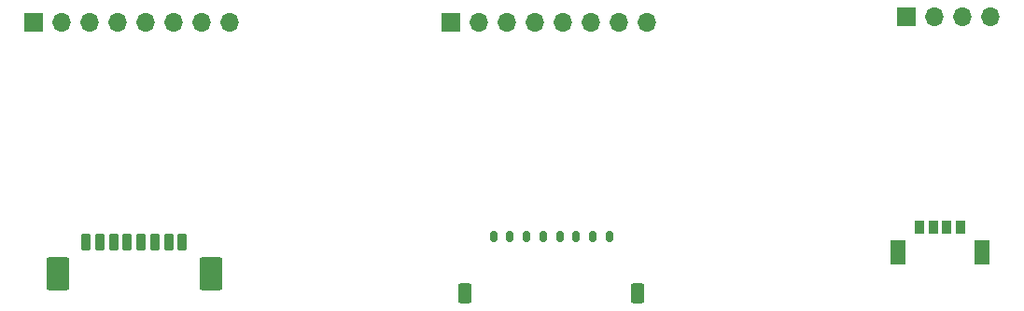
<source format=gbr>
%TF.GenerationSoftware,KiCad,Pcbnew,9.0.0*%
%TF.CreationDate,2025-03-30T13:01:22-06:00*%
%TF.ProjectId,connector_demo,636f6e6e-6563-4746-9f72-5f64656d6f2e,1*%
%TF.SameCoordinates,Original*%
%TF.FileFunction,Soldermask,Top*%
%TF.FilePolarity,Negative*%
%FSLAX46Y46*%
G04 Gerber Fmt 4.6, Leading zero omitted, Abs format (unit mm)*
G04 Created by KiCad (PCBNEW 9.0.0) date 2025-03-30 13:01:22*
%MOMM*%
%LPD*%
G01*
G04 APERTURE LIST*
G04 Aperture macros list*
%AMRoundRect*
0 Rectangle with rounded corners*
0 $1 Rounding radius*
0 $2 $3 $4 $5 $6 $7 $8 $9 X,Y pos of 4 corners*
0 Add a 4 corners polygon primitive as box body*
4,1,4,$2,$3,$4,$5,$6,$7,$8,$9,$2,$3,0*
0 Add four circle primitives for the rounded corners*
1,1,$1+$1,$2,$3*
1,1,$1+$1,$4,$5*
1,1,$1+$1,$6,$7*
1,1,$1+$1,$8,$9*
0 Add four rect primitives between the rounded corners*
20,1,$1+$1,$2,$3,$4,$5,0*
20,1,$1+$1,$4,$5,$6,$7,0*
20,1,$1+$1,$6,$7,$8,$9,0*
20,1,$1+$1,$8,$9,$2,$3,0*%
G04 Aperture macros list end*
%ADD10RoundRect,0.250000X-0.375000X-0.650000X0.375000X-0.650000X0.375000X0.650000X-0.375000X0.650000X0*%
%ADD11RoundRect,0.150000X-0.150000X-0.350000X0.150000X-0.350000X0.150000X0.350000X-0.150000X0.350000X0*%
%ADD12R,1.700000X1.700000*%
%ADD13O,1.700000X1.700000*%
%ADD14R,0.838200X1.295400*%
%ADD15R,1.397000X2.260600*%
%ADD16RoundRect,0.200000X-0.200000X-0.600000X0.200000X-0.600000X0.200000X0.600000X-0.200000X0.600000X0*%
%ADD17RoundRect,0.250001X-0.799999X-1.249999X0.799999X-1.249999X0.799999X1.249999X-0.799999X1.249999X0*%
G04 APERTURE END LIST*
D10*
%TO.C,J2*%
X152605000Y-94690000D03*
X136895000Y-94690000D03*
D11*
X150000000Y-89500000D03*
X148500000Y-89500000D03*
X147000000Y-89500000D03*
X145500000Y-89500000D03*
X144000000Y-89500000D03*
X142500000Y-89500000D03*
X141000000Y-89500000D03*
X139500000Y-89500000D03*
%TD*%
D12*
%TO.C,J6*%
X176920000Y-69500000D03*
D13*
X179460000Y-69500000D03*
X182000000Y-69500000D03*
X184540000Y-69500000D03*
%TD*%
D14*
%TO.C,J3*%
X178125000Y-88605800D03*
X179375000Y-88605800D03*
X180625000Y-88605800D03*
X181875000Y-88605800D03*
D15*
X183775001Y-90900690D03*
X176224999Y-90900690D03*
%TD*%
D12*
%TO.C,J5*%
X135625000Y-70000000D03*
D13*
X138165000Y-70000000D03*
X140705000Y-70000000D03*
X143245000Y-70000000D03*
X145785000Y-70000000D03*
X148325000Y-70000000D03*
X150865000Y-70000000D03*
X153405000Y-70000000D03*
%TD*%
D12*
%TO.C,J4*%
X97800000Y-70000000D03*
D13*
X100340000Y-70000000D03*
X102880000Y-70000000D03*
X105420000Y-70000000D03*
X107960000Y-70000000D03*
X110500000Y-70000000D03*
X113040000Y-70000000D03*
X115580000Y-70000000D03*
%TD*%
D16*
%TO.C,J1*%
X102540000Y-90000000D03*
X103790000Y-90000000D03*
X105040000Y-90000000D03*
X106290000Y-90000000D03*
X107540000Y-90000000D03*
X108790000Y-90000000D03*
X110040000Y-90000000D03*
X111290000Y-90000000D03*
D17*
X99990000Y-92900000D03*
X113840000Y-92900000D03*
%TD*%
M02*

</source>
